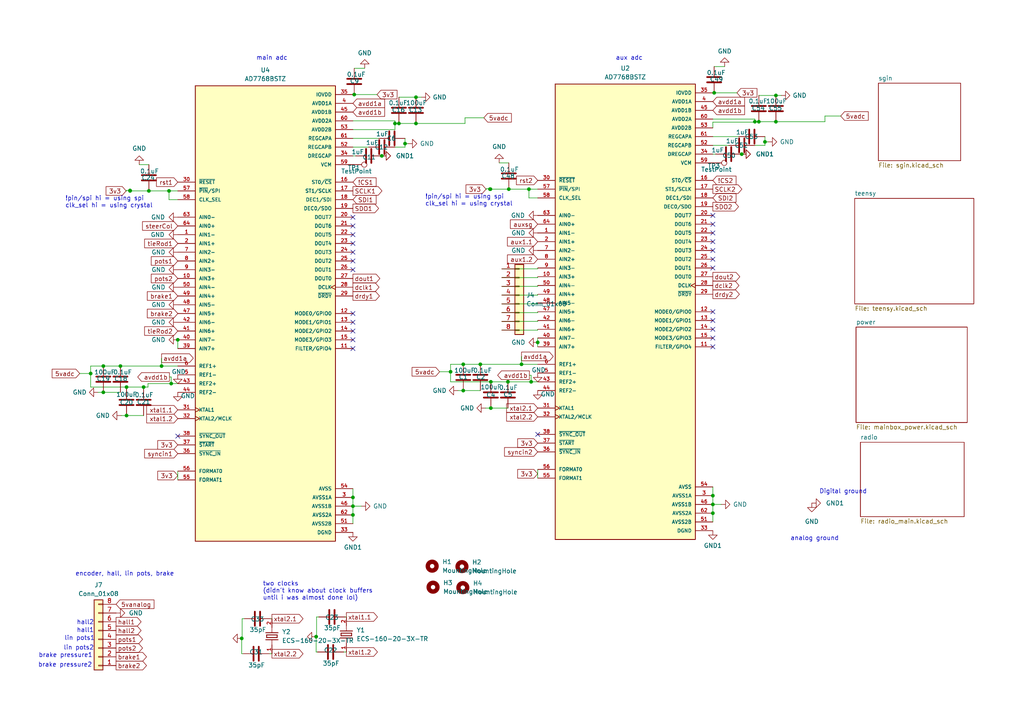
<source format=kicad_sch>
(kicad_sch (version 20230121) (generator eeschema)
  (paper "A4")
  (lib_symbols
    (symbol "Connector:TestPoint" (pin_numbers hide) (pin_names (offset 0.762) hide)
      (property "Reference" "TP" (at 0 6.858 0))
      (property "Value" "TestPoint" (at 0 5.08 0))
      (symbol "TestPoint_0_1"
        (circle (center 0 3.302) (radius 0.762))
      )
      (symbol "TestPoint_1_1"
        (pin passive line (at 0 0 90) (length 2.54) (name "1") (number "1"))
      )
    )
    (symbol "Connector_Generic:Conn_01x08" (pin_names (offset 1.016) hide)
      (property "Reference" "J" (at 0 10.16 0))
      (property "Value" "Conn_01x08" (at 0 -12.7 0))
      (symbol "Conn_01x08_1_1"
        (rectangle (start -1.27 -10.033) (end 0 -10.287) (stroke (width 0.1524)))
        (rectangle (start -1.27 -7.493) (end 0 -7.747) (stroke (width 0.1524)))
        (rectangle (start -1.27 -4.953) (end 0 -5.207) (stroke (width 0.1524)))
        (rectangle (start -1.27 -2.413) (end 0 -2.667) (stroke (width 0.1524)))
        (rectangle (start -1.27 0.127) (end 0 -0.127) (stroke (width 0.1524)))
        (rectangle (start -1.27 2.667) (end 0 2.413) (stroke (width 0.1524)))
        (rectangle (start -1.27 5.207) (end 0 4.953) (stroke (width 0.1524)))
        (rectangle (start -1.27 7.747) (end 0 7.493) (stroke (width 0.1524)))
        (rectangle (start -1.27 8.89) (end 1.27 -11.43) (stroke (width 0.254)) (fill (type background)))
        (pin passive line (at -5.08 7.62 0) (length 3.81) (name "Pin_1") (number "1"))
        (pin passive line (at -5.08 5.08 0) (length 3.81) (name "Pin_2") (number "2"))
        (pin passive line (at -5.08 2.54 0) (length 3.81) (name "Pin_3") (number "3"))
        (pin passive line (at -5.08 0 0) (length 3.81) (name "Pin_4") (number "4"))
        (pin passive line (at -5.08 -2.54 0) (length 3.81) (name "Pin_5") (number "5"))
        (pin passive line (at -5.08 -5.08 0) (length 3.81) (name "Pin_6") (number "6"))
        (pin passive line (at -5.08 -7.62 0) (length 3.81) (name "Pin_7") (number "7"))
        (pin passive line (at -5.08 -10.16 0) (length 3.81) (name "Pin_8") (number "8"))
      )
    )
    (symbol "Device:C" (pin_numbers hide) (pin_names (offset 0.254))
      (property "Reference" "C" (at 0.635 2.54 0))
      (property "Value" "C" (at 0.635 -2.54 0))
      (symbol "C_0_1"
        (polyline (pts (xy -2.032 -0.762) (xy 2.032 -0.762)) (stroke (width 0.508)))
        (polyline (pts (xy -2.032 0.762) (xy 2.032 0.762)) (stroke (width 0.508)))
      )
      (symbol "C_1_1"
        (pin passive line (at 0 3.81 270) (length 2.794) (name "~") (number "1"))
        (pin passive line (at 0 -3.81 90) (length 2.794) (name "~") (number "2"))
      )
    )
    (symbol "Mechanical:MountingHole" (pin_names (offset 1.016))
      (property "Reference" "H" (at 0 5.08 0))
      (property "Value" "MountingHole" (at 0 3.175 0))
      (symbol "MountingHole_0_1"
        (circle (center 0 0) (radius 1.27) (stroke (width 1.27)))
      )
    )
    (symbol "mainbox:AD7768BSTZ" (pin_names (offset 1.016))
      (property "Reference" "U4" (at 0 70.612 0))
      (property "Value" "AD7768BSTZ" (at 0 68.072 0))
      (symbol "AD7768BSTZ_0_0"
        (rectangle (start -20.32 -66.04) (end 20.32 66.04) (stroke (width 0.254)) (fill (type background)))
        (pin input line (at -25.4 22.86 0) (length 5.08) (name "AIN1-") (number "1"))
        (pin input line (at -25.4 10.16 0) (length 5.08) (name "AIN3+") (number "10"))
        (pin bidirectional line (at 25.4 -10.16 180) (length 5.08) (name "FILTER/GPIO4") (number "11"))
        (pin bidirectional line (at 25.4 0 180) (length 5.08) (name "MODE0/GPIO0") (number "12"))
        (pin bidirectional line (at 25.4 -2.54 180) (length 5.08) (name "MODE1/GPIO1") (number "13"))
        (pin bidirectional line (at 25.4 -5.08 180) (length 5.08) (name "MODE2/GPIO2") (number "14"))
        (pin bidirectional line (at 25.4 -7.62 180) (length 5.08) (name "MODE3/GPIO3") (number "15"))
        (pin input line (at 25.4 38.1 180) (length 5.08) (name "ST0/~{CS}") (number "16"))
        (pin input line (at 25.4 35.56 180) (length 5.08) (name "ST1/SCLK") (number "17"))
        (pin input line (at 25.4 33.02 180) (length 5.08) (name "DEC1/SDI") (number "18"))
        (pin bidirectional line (at 25.4 30.48 180) (length 5.08) (name "DEC0/SDO") (number "19"))
        (pin input line (at -25.4 20.32 0) (length 5.08) (name "AIN1+") (number "2"))
        (pin bidirectional line (at 25.4 27.94 180) (length 5.08) (name "DOUT7") (number "20"))
        (pin bidirectional line (at 25.4 25.4 180) (length 5.08) (name "DOUT6") (number "21"))
        (pin output line (at 25.4 22.86 180) (length 5.08) (name "DOUT5") (number "22"))
        (pin output line (at 25.4 20.32 180) (length 5.08) (name "DOUT4") (number "23"))
        (pin output line (at 25.4 17.78 180) (length 5.08) (name "DOUT3") (number "24"))
        (pin output line (at 25.4 15.24 180) (length 5.08) (name "DOUT2") (number "25"))
        (pin output line (at 25.4 12.7 180) (length 5.08) (name "DOUT1") (number "26"))
        (pin output line (at 25.4 10.16 180) (length 5.08) (name "DOUT0") (number "27"))
        (pin output clock (at 25.4 7.62 180) (length 5.08) (name "DCLK") (number "28"))
        (pin output line (at 25.4 5.08 180) (length 5.08) (name "~{DRDY}") (number "29"))
        (pin power_in line (at 25.4 -53.34 180) (length 5.08) (name "AVSS1A") (number "3"))
        (pin input line (at -25.4 38.1 0) (length 5.08) (name "~{RESET}") (number "30"))
        (pin input clock (at -25.4 -27.94 0) (length 5.08) (name "XTAL1") (number "31"))
        (pin input clock (at -25.4 -30.48 0) (length 5.08) (name "XTAL2/MCLK") (number "32"))
        (pin power_in line (at 25.4 -63.5 180) (length 5.08) (name "DGND") (number "33"))
        (pin power_in line (at 25.4 45.72 180) (length 5.08) (name "DREGCAP") (number "34"))
        (pin power_in line (at 25.4 63.5 180) (length 5.08) (name "IOVDD") (number "35"))
        (pin input line (at -25.4 -40.64 0) (length 5.08) (name "~{SYNC_IN}") (number "36"))
        (pin input line (at -25.4 -38.1 0) (length 5.08) (name "~{START}") (number "37"))
        (pin output line (at -25.4 -35.56 0) (length 5.08) (name "~{SYNC_OUT}") (number "38"))
        (pin input line (at -25.4 -10.16 0) (length 5.08) (name "AIN7+") (number "39"))
        (pin power_in line (at 25.4 60.96 180) (length 5.08) (name "AVDD1A") (number "4"))
        (pin input line (at -25.4 -7.62 0) (length 5.08) (name "AIN7-") (number "40"))
        (pin input line (at -25.4 -5.08 0) (length 5.08) (name "AIN6+") (number "41"))
        (pin input line (at -25.4 -2.54 0) (length 5.08) (name "AIN6-") (number "42"))
        (pin input line (at -25.4 -20.32 0) (length 5.08) (name "REF2+") (number "43"))
        (pin input line (at -25.4 -22.86 0) (length 5.08) (name "REF2-") (number "44"))
        (pin power_in line (at 25.4 58.42 180) (length 5.08) (name "AVDD1B") (number "45"))
        (pin power_in line (at 25.4 -55.88 180) (length 5.08) (name "AVSS1B") (number "46"))
        (pin input line (at -25.4 0 0) (length 5.08) (name "AIN5+") (number "47"))
        (pin input line (at -25.4 2.54 0) (length 5.08) (name "AIN5-") (number "48"))
        (pin input line (at -25.4 5.08 0) (length 5.08) (name "AIN4+") (number "49"))
        (pin input line (at -25.4 -17.78 0) (length 5.08) (name "REF1-") (number "5"))
        (pin input line (at -25.4 7.62 0) (length 5.08) (name "AIN4-") (number "50"))
        (pin power_in line (at 25.4 -60.96 180) (length 5.08) (name "AVSS2B") (number "51"))
        (pin power_in line (at 25.4 48.26 180) (length 5.08) (name "REGCAPB") (number "52"))
        (pin power_in line (at 25.4 53.34 180) (length 5.08) (name "AVDD2B") (number "53"))
        (pin power_in line (at 25.4 -50.8 180) (length 5.08) (name "AVSS") (number "54"))
        (pin input line (at -25.4 -48.26 0) (length 5.08) (name "FORMAT1") (number "55"))
        (pin input line (at -25.4 -45.72 0) (length 5.08) (name "FORMAT0") (number "56"))
        (pin input line (at -25.4 35.56 0) (length 5.08) (name "~{PIN}/SPI") (number "57"))
        (pin input line (at -25.4 33.02 0) (length 5.08) (name "CLK_SEL") (number "58"))
        (pin power_in line (at 25.4 43.18 180) (length 5.08) (name "VCM") (number "59"))
        (pin input line (at -25.4 -15.24 0) (length 5.08) (name "REF1+") (number "6"))
        (pin power_in line (at 25.4 55.88 180) (length 5.08) (name "AVDD2A") (number "60"))
        (pin power_in line (at 25.4 50.8 180) (length 5.08) (name "REGCAPA") (number "61"))
        (pin power_in line (at 25.4 -58.42 180) (length 5.08) (name "AVSS2A") (number "62"))
        (pin input line (at -25.4 27.94 0) (length 5.08) (name "AIN0-") (number "63"))
        (pin input line (at -25.4 25.4 0) (length 5.08) (name "AIN0+") (number "64"))
        (pin input line (at -25.4 17.78 0) (length 5.08) (name "AIN2-") (number "7"))
        (pin input line (at -25.4 15.24 0) (length 5.08) (name "AIN2+") (number "8"))
        (pin input line (at -25.4 12.7 0) (length 5.08) (name "AIN3-") (number "9"))
      )
    )
    (symbol "mainbox:ECS-160-20-3X-TR" (pin_names (offset 1.016))
      (property "Reference" "Y1" (at 1.27 -2.921 90))
      (property "Value" "ECS-160-20-3X-TR" (at -1.27 -2.921 90))
      (symbol "ECS-160-20-3X-TR_0_0"
        (polyline (pts (xy -2.54 0) (xy -1.016 0)) (stroke (width 0.1524)))
        (polyline (pts (xy -1.016 1.778) (xy -1.016 -1.778)) (stroke (width 0.254)))
        (polyline (pts (xy -0.381 -1.524) (xy 0.381 -1.524)) (stroke (width 0.254)))
        (polyline (pts (xy -0.381 1.524) (xy -0.381 -1.524)) (stroke (width 0.254)))
        (polyline (pts (xy 0.381 -1.524) (xy 0.381 1.524)) (stroke (width 0.254)))
        (polyline (pts (xy 0.381 1.524) (xy -0.381 1.524)) (stroke (width 0.254)))
        (polyline (pts (xy 1.016 0) (xy 2.54 0)) (stroke (width 0.1524)))
        (polyline (pts (xy 1.016 1.778) (xy 1.016 -1.778)) (stroke (width 0.254)))
        (pin passive line (at -5.08 0 0) (length 2.54) (name "~") (number "1"))
        (pin passive line (at 5.08 0 180) (length 2.54) (name "~") (number "2"))
      )
    )
    (symbol "power:GND" (power) (pin_names (offset 0))
      (property "Value" "GND" (at 0 -3.81 0))
      (symbol "GND_0_1"
        (polyline (pts (xy 0 0) (xy 0 -1.27) (xy 1.27 -1.27) (xy 0 -2.54) (xy -1.27 -1.27) (xy 0 -1.27)))
      )
      (symbol "GND_1_1"
        (pin power_in line (at 0 0 270) (length 0) hide (name "GND") (number "1"))
      )
    )
    (symbol "power:GND1" (power) (pin_names (offset 0))
      (property "Value" "GND1" (at 0 -3.81 0))
      (symbol "GND1_0_1"
        (polyline (pts (xy 0 0) (xy 0 -1.27) (xy 1.27 -1.27) (xy 0 -2.54) (xy -1.27 -1.27) (xy 0 -1.27)))
      )
      (symbol "GND1_1_1"
        (pin power_in line (at 0 0 270) (length 0) hide (name "GND1") (number "1"))
      )
    )
  )
  (junction (at 26.289 108.331))
  (junction (at 102.362 144.272))
  (junction (at 70.104 185.166))
  (junction (at 221.869 41.148))
  (junction (at 29.972 113.792))
  (junction (at 37.719 55.245))
  (junction (at 41.656 112.268))
  (junction (at 151.257 105.664))
  (junction (at 120.65 35.814))
  (junction (at 36.703 120.523))
  (junction (at 206.756 148.844))
  (junction (at 225.044 35.306))
  (junction (at 36.703 112.268))
  (junction (at 153.416 54.864))
  (junction (at 207.137 26.924))
  (junction (at 155.956 99.314))
  (junction (at 46.863 106.172))
  (junction (at 134.366 113.284))
  (junction (at 206.756 143.764))
  (junction (at 142.113 54.864))
  (junction (at 91.694 184.658))
  (junction (at 49.022 55.372))
  (junction (at 218.948 35.306))
  (junction (at 51.562 98.552))
  (junction (at 43.18 55.372))
  (junction (at 34.925 106.172))
  (junction (at 147.574 54.864))
  (junction (at 130.683 107.823))
  (junction (at 49.657 111.252))
  (junction (at 102.743 27.432))
  (junction (at 142.367 110.744))
  (junction (at 220.091 35.306))
  (junction (at 147.32 110.744))
  (junction (at 102.362 146.812))
  (junction (at 134.366 105.664))
  (junction (at 29.972 106.172))
  (junction (at 37.719 55.372))
  (junction (at 117.475 41.656))
  (junction (at 120.65 28.194))
  (junction (at 115.697 35.814))
  (junction (at 215.138 44.704))
  (junction (at 206.756 146.304))
  (junction (at 114.554 35.814))
  (junction (at 139.319 105.664))
  (junction (at 110.744 45.212))
  (junction (at 154.051 110.744))
  (junction (at 142.24 54.864))
  (junction (at 225.044 27.686))
  (junction (at 102.362 149.352))
  (junction (at 142.367 118.364))
  (no_connect (at 206.756 95.504))
  (no_connect (at 102.362 75.692))
  (no_connect (at 206.756 92.964))
  (no_connect (at 102.362 101.092))
  (no_connect (at 206.756 98.044))
  (no_connect (at 102.362 68.072))
  (no_connect (at 206.756 62.484))
  (no_connect (at 206.756 75.184))
  (no_connect (at 206.756 77.724))
  (no_connect (at 102.362 90.932))
  (no_connect (at 155.956 125.984))
  (no_connect (at 206.756 90.424))
  (no_connect (at 206.756 100.584))
  (no_connect (at 206.756 65.024))
  (no_connect (at 51.562 126.492))
  (no_connect (at 206.756 70.104))
  (no_connect (at 102.362 93.472))
  (no_connect (at 102.362 73.152))
  (no_connect (at 102.362 98.552))
  (no_connect (at 206.756 72.644))
  (no_connect (at 102.362 96.012))
  (no_connect (at 102.362 62.992))
  (no_connect (at 206.756 67.564))
  (no_connect (at 102.362 78.232))
  (no_connect (at 102.362 70.612))
  (no_connect (at 102.362 65.532))
  (wire (pts (xy 239.268 33.655) (xy 243.84 33.655)))
  (wire (pts (xy 155.956 95.758) (xy 145.542 95.758)))
  (wire (pts (xy 221.869 41.148) (xy 222.758 41.148)))
  (wire (pts (xy 134.874 34.163) (xy 134.874 35.814)))
  (wire (pts (xy 155.956 87.884) (xy 155.956 88.138)))
  (wire (pts (xy 221.869 41.148) (xy 221.869 39.624)))
  (wire (pts (xy 142.113 54.864) (xy 142.24 54.864)))
  (wire (pts (xy 142.367 118.364) (xy 140.843 118.364)))
  (wire (pts (xy 206.756 141.224) (xy 206.756 143.764)))
  (wire (pts (xy 134.366 113.284) (xy 132.842 113.284)))
  (wire (pts (xy 142.24 54.864) (xy 147.574 54.864)))
  (wire (pts (xy 41.656 112.903) (xy 41.656 112.268)))
  (wire (pts (xy 109.855 40.132) (xy 102.362 40.132)))
  (wire (pts (xy 117.475 41.656) (xy 118.364 41.656)))
  (wire (pts (xy 206.756 143.764) (xy 206.756 146.304)))
  (wire (pts (xy 37.846 55.372) (xy 37.846 55.245)))
  (wire (pts (xy 36.703 112.268) (xy 41.656 112.268)))
  (wire (pts (xy 141.859 54.864) (xy 142.113 54.864)))
  (wire (pts (xy 120.65 28.194) (xy 122.174 28.194)))
  (wire (pts (xy 23.114 108.331) (xy 26.289 108.331)))
  (wire (pts (xy 70.231 179.451) (xy 70.231 185.166)))
  (wire (pts (xy 155.956 85.598) (xy 145.542 85.598)))
  (wire (pts (xy 26.289 106.172) (xy 29.972 106.172)))
  (wire (pts (xy 26.289 108.331) (xy 26.289 106.172)))
  (wire (pts (xy 51.562 98.552) (xy 51.562 101.092)))
  (wire (pts (xy 26.289 108.331) (xy 26.289 112.268)))
  (wire (pts (xy 155.956 83.058) (xy 145.542 83.058)))
  (wire (pts (xy 34.925 106.172) (xy 46.863 106.172)))
  (wire (pts (xy 206.756 34.544) (xy 218.948 34.544)))
  (wire (pts (xy 102.362 141.732) (xy 102.362 144.272)))
  (wire (pts (xy 49.022 55.372) (xy 49.022 57.912)))
  (wire (pts (xy 102.362 146.812) (xy 102.362 149.352)))
  (wire (pts (xy 49.657 111.252) (xy 51.562 111.252)))
  (wire (pts (xy 46.863 106.172) (xy 51.562 106.172)))
  (wire (pts (xy 70.231 185.166) (xy 70.104 185.166)))
  (wire (pts (xy 155.956 85.344) (xy 155.956 85.598)))
  (wire (pts (xy 49.149 109.347) (xy 49.657 109.347)))
  (wire (pts (xy 220.091 35.306) (xy 225.044 35.306)))
  (wire (pts (xy 127.508 107.823) (xy 130.683 107.823)))
  (wire (pts (xy 114.554 35.814) (xy 115.697 35.814)))
  (wire (pts (xy 91.821 178.943) (xy 91.821 184.658)))
  (wire (pts (xy 155.956 136.144) (xy 155.956 138.684)))
  (wire (pts (xy 130.683 105.664) (xy 134.366 105.664)))
  (wire (pts (xy 151.257 103.378) (xy 151.257 105.664)))
  (wire (pts (xy 43.18 55.372) (xy 49.022 55.372)))
  (wire (pts (xy 70.104 185.166) (xy 70.104 189.611)))
  (wire (pts (xy 40.386 47.752) (xy 43.18 47.752)))
  (wire (pts (xy 51.562 136.652) (xy 51.562 139.192)))
  (wire (pts (xy 42.926 111.252) (xy 49.657 111.252)))
  (wire (pts (xy 153.543 108.839) (xy 154.051 108.839)))
  (wire (pts (xy 218.948 35.306) (xy 220.091 35.306)))
  (wire (pts (xy 78.105 189.611) (xy 78.867 189.611)))
  (wire (pts (xy 49.022 57.912) (xy 51.562 57.912)))
  (wire (pts (xy 139.319 105.664) (xy 151.257 105.664)))
  (wire (pts (xy 102.362 35.052) (xy 114.554 35.052)))
  (wire (pts (xy 139.319 113.284) (xy 134.366 113.284)))
  (wire (pts (xy 37.719 55.245) (xy 37.846 55.245)))
  (wire (pts (xy 36.703 120.523) (xy 35.179 120.523)))
  (wire (pts (xy 141.097 54.864) (xy 141.097 54.737)))
  (wire (pts (xy 130.683 107.823) (xy 130.683 105.664)))
  (wire (pts (xy 78.486 179.451) (xy 78.867 179.451)))
  (wire (pts (xy 154.051 110.744) (xy 155.956 110.744)))
  (wire (pts (xy 155.956 82.804) (xy 155.956 83.058)))
  (wire (pts (xy 141.097 54.737) (xy 142.24 54.737)))
  (wire (pts (xy 37.465 55.372) (xy 37.719 55.372)))
  (wire (pts (xy 239.268 33.655) (xy 239.268 35.306)))
  (wire (pts (xy 147.32 110.744) (xy 154.051 110.744)))
  (wire (pts (xy 114.554 35.814) (xy 114.554 37.592)))
  (wire (pts (xy 115.697 35.814) (xy 120.65 35.814)))
  (wire (pts (xy 134.366 105.664) (xy 139.319 105.664)))
  (wire (pts (xy 147.574 54.864) (xy 153.416 54.864)))
  (wire (pts (xy 36.703 55.245) (xy 37.719 55.245)))
  (wire (pts (xy 70.231 179.451) (xy 70.866 179.451)))
  (wire (pts (xy 155.956 88.138) (xy 145.542 88.138)))
  (wire (pts (xy 155.956 77.978) (xy 145.542 77.978)))
  (wire (pts (xy 206.756 35.433) (xy 206.756 37.084)))
  (wire (pts (xy 206.756 148.844) (xy 206.756 151.384)))
  (wire (pts (xy 218.948 35.433) (xy 206.756 35.433)))
  (wire (pts (xy 130.683 107.823) (xy 130.683 110.744)))
  (wire (pts (xy 155.956 92.964) (xy 155.956 93.218)))
  (wire (pts (xy 142.367 110.744) (xy 147.32 110.744)))
  (wire (pts (xy 102.362 144.272) (xy 102.362 146.812)))
  (wire (pts (xy 42.926 112.268) (xy 42.926 111.252)))
  (wire (pts (xy 142.24 54.864) (xy 142.24 54.737)))
  (wire (pts (xy 36.703 112.903) (xy 36.703 112.268)))
  (wire (pts (xy 36.576 55.372) (xy 36.703 55.372)))
  (wire (pts (xy 99.695 189.103) (xy 100.457 189.103)))
  (wire (pts (xy 36.703 120.523) (xy 41.656 120.523)))
  (wire (pts (xy 102.362 149.352) (xy 102.362 151.892)))
  (wire (pts (xy 91.821 178.943) (xy 92.456 178.943)))
  (wire (pts (xy 206.756 146.304) (xy 206.756 148.844)))
  (wire (pts (xy 91.694 184.658) (xy 91.694 189.103)))
  (wire (pts (xy 154.051 108.839) (xy 154.051 110.744)))
  (wire (pts (xy 29.972 113.792) (xy 28.448 113.792)))
  (wire (pts (xy 155.956 80.518) (xy 145.542 80.518)))
  (wire (pts (xy 207.137 26.924) (xy 206.756 26.924)))
  (wire (pts (xy 37.719 55.372) (xy 43.18 55.372)))
  (wire (pts (xy 207.137 26.924) (xy 213.741 26.924)))
  (wire (pts (xy 142.367 118.364) (xy 147.32 118.364)))
  (wire (pts (xy 46.863 103.886) (xy 46.863 106.172)))
  (wire (pts (xy 225.044 35.306) (xy 239.268 35.306)))
  (wire (pts (xy 218.948 35.306) (xy 218.948 35.433)))
  (wire (pts (xy 221.869 42.164) (xy 221.869 41.148)))
  (wire (pts (xy 207.137 19.304) (xy 210.185 19.304)))
  (wire (pts (xy 151.257 105.664) (xy 155.956 105.664)))
  (wire (pts (xy 102.743 27.432) (xy 109.347 27.432)))
  (wire (pts (xy 120.65 35.814) (xy 134.874 35.814)))
  (wire (pts (xy 207.518 44.704) (xy 206.756 44.704)))
  (wire (pts (xy 100.076 178.943) (xy 100.457 178.943)))
  (wire (pts (xy 220.091 27.686) (xy 225.044 27.686)))
  (wire (pts (xy 155.956 77.724) (xy 155.956 77.978)))
  (wire (pts (xy 155.956 90.678) (xy 145.542 90.678)))
  (wire (pts (xy 153.416 57.404) (xy 155.956 57.404)))
  (wire (pts (xy 114.554 42.672) (xy 117.475 42.672)))
  (wire (pts (xy 91.694 189.103) (xy 92.075 189.103)))
  (wire (pts (xy 134.874 34.163) (xy 140.335 34.163)))
  (wire (pts (xy 37.719 55.372) (xy 37.719 55.245)))
  (wire (pts (xy 115.697 28.194) (xy 120.65 28.194)))
  (wire (pts (xy 144.78 47.244) (xy 147.574 47.244)))
  (wire (pts (xy 155.956 98.044) (xy 155.956 99.314)))
  (wire (pts (xy 155.956 93.218) (xy 145.542 93.218)))
  (wire (pts (xy 140.97 54.864) (xy 141.097 54.864)))
  (wire (pts (xy 49.657 109.347) (xy 49.657 111.252)))
  (wire (pts (xy 218.948 34.544) (xy 218.948 35.306)))
  (wire (pts (xy 102.743 19.812) (xy 105.791 19.812)))
  (wire (pts (xy 36.703 55.372) (xy 36.703 55.245)))
  (wire (pts (xy 153.416 54.864) (xy 153.416 57.404)))
  (wire (pts (xy 34.925 113.792) (xy 29.972 113.792)))
  (wire (pts (xy 114.554 35.052) (xy 114.554 35.814)))
  (wire (pts (xy 106.934 42.672) (xy 102.362 42.672)))
  (wire (pts (xy 130.683 110.744) (xy 142.367 110.744)))
  (wire (pts (xy 41.656 112.268) (xy 42.926 112.268)))
  (wire (pts (xy 49.022 55.372) (xy 51.562 55.372)))
  (wire (pts (xy 155.956 80.264) (xy 155.956 80.518)))
  (wire (pts (xy 91.821 184.658) (xy 91.694 184.658)))
  (wire (pts (xy 114.554 37.592) (xy 102.362 37.592)))
  (wire (pts (xy 29.972 106.172) (xy 34.925 106.172)))
  (wire (pts (xy 155.956 99.314) (xy 155.956 100.584)))
  (wire (pts (xy 70.104 189.611) (xy 70.485 189.611)))
  (wire (pts (xy 211.328 42.164) (xy 206.756 42.164)))
  (wire (pts (xy 153.416 54.864) (xy 155.956 54.864)))
  (wire (pts (xy 117.475 41.656) (xy 117.475 40.132)))
  (wire (pts (xy 117.475 42.672) (xy 117.475 41.656)))
  (wire (pts (xy 142.113 54.864) (xy 142.113 54.737)))
  (wire (pts (xy 155.956 95.504) (xy 155.956 95.758)))
  (wire (pts (xy 218.948 42.164) (xy 221.869 42.164)))
  (wire (pts (xy 206.756 146.304) (xy 209.169 146.304)))
  (wire (pts (xy 214.249 39.624) (xy 206.756 39.624)))
  (wire (pts (xy 26.289 112.268) (xy 36.703 112.268)))
  (wire (pts (xy 102.743 27.432) (xy 102.362 27.432)))
  (wire (pts (xy 102.362 146.812) (xy 104.775 146.812)))
  (wire (pts (xy 155.956 90.424) (xy 155.956 90.678)))
  (wire (pts (xy 103.124 45.212) (xy 102.362 45.212)))
  (wire (pts (xy 225.044 27.686) (xy 226.568 27.686)))
  (text "brake pressure2" (at 11.049 193.675 0) (effects (font (size 1.27 1.27)) (justify left bottom)))
  (text "hall2" (at 22.225 181.356 0) (effects (font (size 1.27 1.27)) (justify left bottom)))
  (text "analog ground" (at 229.235 156.972 0) (effects (font (size 1.27 1.27)) (justify left bottom)))
  (text "main adc" (at 74.295 17.653 0) (effects (font (size 1.27 1.27)) (justify left bottom)))
  (text "Digital ground" (at 237.617 143.383 0) (effects (font (size 1.27 1.27)) (justify left bottom)))
  (text "lin pots1" (at 18.669 185.928 0) (effects (font (size 1.27 1.27)) (justify left bottom)))
  (text "!pin/spi hi = using spi\nclk_sel hi = using crystal" (at 18.923 60.452 0) (effects (font (size 1.27 1.27)) (justify left bottom)))
  (text "!pin/spi hi = using spi\nclk_sel hi = using crystal" (at 123.317 59.944 0) (effects (font (size 1.27 1.27)) (justify left bottom)))
  (text "encoder, hall, lin pots, brake" (at 21.844 167.259 0) (effects (font (size 1.27 1.27)) (justify left bottom)))
  (text "two clocks\n(didn't know about clock buffers\nuntil i was almost done lol)" (at 76.2 174.244 0) (effects (font (size 1.27 1.27)) (justify left bottom)))
  (text "aux adc" (at 178.562 17.653 0) (effects (font (size 1.27 1.27)) (justify left bottom)))
  (text "lin pots2" (at 18.415 188.722 0) (effects (font (size 1.27 1.27)) (justify left bottom)))
  (text "hall1" (at 22.225 183.642 0) (effects (font (size 1.27 1.27)) (justify left bottom)))
  (text "brake pressure1" (at 11.176 190.881 0) (effects (font (size 1.27 1.27)) (justify left bottom)))
  (global_label "SDO2" (shape output) (at 206.756 59.944 0) (property "Intersheetrefs" "${INTERSHEET_REFS}" (effects hide)))
  (global_label "dout2" (shape output) (at 206.756 80.264 0) (property "Intersheetrefs" "${INTERSHEET_REFS}" (effects hide)))
  (global_label "drdy1" (shape output) (at 102.362 85.852 0) (property "Intersheetrefs" "${INTERSHEET_REFS}" (effects hide)))
  (global_label "xtal1.1" (shape output) (at 100.457 178.943 0) (property "Intersheetrefs" "${INTERSHEET_REFS}" (effects hide)))
  (global_label "SCLK2" (shape output) (at 206.756 54.864 0) (property "Intersheetrefs" "${INTERSHEET_REFS}" (effects hide)))
  (global_label "hall2" (shape output) (at 33.655 182.88 0) (property "Intersheetrefs" "${INTERSHEET_REFS}" (effects hide)))
  (global_label "dout1" (shape output) (at 102.362 80.772 0) (property "Intersheetrefs" "${INTERSHEET_REFS}" (effects hide)))
  (global_label "avdd1b" (shape input) (at 102.362 32.512 0) (property "Intersheetrefs" "${INTERSHEET_REFS}" (effects hide)))
  (global_label "3v3" (shape input) (at 140.97 54.864 180) (property "Intersheetrefs" "${INTERSHEET_REFS}" (effects hide)))
  (global_label "syncin1" (shape input) (at 51.562 131.572 180) (property "Intersheetrefs" "${INTERSHEET_REFS}" (effects hide)))
  (global_label "auxsg" (shape input) (at 155.956 65.024 180) (property "Intersheetrefs" "${INTERSHEET_REFS}" (effects hide)))
  (global_label "!CS1" (shape input) (at 102.362 52.832 0) (property "Intersheetrefs" "${INTERSHEET_REFS}" (effects hide)))
  (global_label "xtal1.1" (shape input) (at 51.562 118.872 180) (property "Intersheetrefs" "${INTERSHEET_REFS}" (effects hide)))
  (global_label "avdd1a" (shape output) (at 151.257 103.378 0) (property "Intersheetrefs" "${INTERSHEET_REFS}" (effects hide)))
  (global_label "5vadc" (shape input) (at 243.84 33.655 0) (property "Intersheetrefs" "${INTERSHEET_REFS}" (effects hide)))
  (global_label "xtal2.1" (shape input) (at 155.956 118.364 180) (property "Intersheetrefs" "${INTERSHEET_REFS}" (effects hide)))
  (global_label "5vadc" (shape input) (at 127.508 107.823 180) (property "Intersheetrefs" "${INTERSHEET_REFS}" (effects hide)))
  (global_label "brake1" (shape input) (at 51.562 85.852 180) (property "Intersheetrefs" "${INTERSHEET_REFS}" (effects hide)))
  (global_label "3v3" (shape input) (at 213.741 26.924 0) (property "Intersheetrefs" "${INTERSHEET_REFS}" (effects hide)))
  (global_label "3v3" (shape input) (at 51.562 129.032 180) (property "Intersheetrefs" "${INTERSHEET_REFS}" (effects hide)))
  (global_label "pots2" (shape output) (at 33.655 187.96 0) (property "Intersheetrefs" "${INTERSHEET_REFS}" (effects hide)))
  (global_label "pots1" (shape input) (at 51.562 75.692 180) (property "Intersheetrefs" "${INTERSHEET_REFS}" (effects hide)))
  (global_label "SDI2" (shape input) (at 206.756 57.404 0) (property "Intersheetrefs" "${INTERSHEET_REFS}" (effects hide)))
  (global_label "5vadc" (shape input) (at 140.335 34.163 0) (property "Intersheetrefs" "${INTERSHEET_REFS}" (effects hide)))
  (global_label "xtal1.2" (shape output) (at 100.457 189.103 0) (property "Intersheetrefs" "${INTERSHEET_REFS}" (effects hide)))
  (global_label "xtal2.2" (shape output) (at 78.867 189.611 0) (property "Intersheetrefs" "${INTERSHEET_REFS}" (effects hide)))
  (global_label "drdy2" (shape output) (at 206.756 85.344 0) (property "Intersheetrefs" "${INTERSHEET_REFS}" (effects hide)))
  (global_label "pots2" (shape input) (at 51.562 80.772 180) (property "Intersheetrefs" "${INTERSHEET_REFS}" (effects hide)))
  (global_label "tieRod1" (shape input) (at 51.562 70.612 180) (property "Intersheetrefs" "${INTERSHEET_REFS}" (effects hide)))
  (global_label "pots1" (shape output) (at 33.655 185.42 0) (property "Intersheetrefs" "${INTERSHEET_REFS}" (effects hide)))
  (global_label "avdd1b" (shape output) (at 153.543 108.839 180) (property "Intersheetrefs" "${INTERSHEET_REFS}" (effects hide)))
  (global_label "rst1" (shape input) (at 51.562 52.832 180) (property "Intersheetrefs" "${INTERSHEET_REFS}" (effects hide)))
  (global_label "3v3" (shape input) (at 155.956 128.524 180) (property "Intersheetrefs" "${INTERSHEET_REFS}" (effects hide)))
  (global_label "5vanalog" (shape input) (at 33.655 175.26 0) (property "Intersheetrefs" "${INTERSHEET_REFS}" (effects hide)))
  (global_label "avdd1b" (shape input) (at 206.756 32.004 0) (property "Intersheetrefs" "${INTERSHEET_REFS}" (effects hide)))
  (global_label "syncin2" (shape input) (at 155.956 131.064 180) (property "Intersheetrefs" "${INTERSHEET_REFS}" (effects hide)))
  (global_label "!CS2" (shape input) (at 206.756 52.324 0) (property "Intersheetrefs" "${INTERSHEET_REFS}" (effects hide)))
  (global_label "avdd1a" (shape input) (at 102.362 29.972 0) (property "Intersheetrefs" "${INTERSHEET_REFS}" (effects hide)))
  (global_label "SDI1" (shape input) (at 102.362 57.912 0) (property "Intersheetrefs" "${INTERSHEET_REFS}" (effects hide)))
  (global_label "xtal2.1" (shape output) (at 78.867 179.451 0) (property "Intersheetrefs" "${INTERSHEET_REFS}" (effects hide)))
  (global_label "3v3" (shape input) (at 36.576 55.372 180) (property "Intersheetrefs" "${INTERSHEET_REFS}" (effects hide)))
  (global_label "steerCol" (shape input) (at 51.562 65.532 180) (property "Intersheetrefs" "${INTERSHEET_REFS}" (effects hide)))
  (global_label "avdd1a" (shape input) (at 206.756 29.464 0) (property "Intersheetrefs" "${INTERSHEET_REFS}" (effects hide)))
  (global_label "xtal1.2" (shape input) (at 51.562 121.412 180) (property "Intersheetrefs" "${INTERSHEET_REFS}" (effects hide)))
  (global_label "dclk2" (shape output) (at 206.756 82.804 0) (property "Intersheetrefs" "${INTERSHEET_REFS}" (effects hide)))
  (global_label "5vadc" (shape input) (at 23.114 108.331 180) (property "Intersheetrefs" "${INTERSHEET_REFS}" (effects hide)))
  (global_label "SDO1" (shape output) (at 102.362 60.452 0) (property "Intersheetrefs" "${INTERSHEET_REFS}" (effects hide)))
  (global_label "avdd1a" (shape output) (at 46.863 103.886 0) (property "Intersheetrefs" "${INTERSHEET_REFS}" (effects hide)))
  (global_label "rst2" (shape input) (at 155.956 52.324 180) (property "Intersheetrefs" "${INTERSHEET_REFS}" (effects hide)))
  (global_label "3v3" (shape input) (at 155.956 137.414 180) (property "Intersheetrefs" "${INTERSHEET_REFS}" (effects hide)))
  (global_label "brake1" (shape output) (at 33.655 190.5 0) (property "Intersheetrefs" "${INTERSHEET_REFS}" (effects hide)))
  (global_label "hall1" (shape output) (at 33.655 180.34 0) (property "Intersheetrefs" "${INTERSHEET_REFS}" (effects hide)))
  (global_label "brake2" (shape output) (at 33.655 193.04 0) (property "Intersheetrefs" "${INTERSHEET_REFS}" (effects hide)))
  (global_label "SCLK1" (shape output) (at 102.362 55.372 0) (property "Intersheetrefs" "${INTERSHEET_REFS}" (effects hide)))
  (global_label "3v3" (shape input) (at 51.562 137.922 180) (property "Intersheetrefs" "${INTERSHEET_REFS}" (effects hide)))
  (global_label "aux1.2" (shape input) (at 155.956 75.184 180) (property "Intersheetrefs" "${INTERSHEET_REFS}" (effects hide)))
  (global_label "avdd1b" (shape output) (at 49.149 109.347 180) (property "Intersheetrefs" "${INTERSHEET_REFS}" (effects hide)))
  (global_label "3v3" (shape input) (at 109.347 27.432 0) (property "Intersheetrefs" "${INTERSHEET_REFS}" (effects hide)))
  (global_label "tieRod2" (shape input) (at 51.562 96.012 180) (property "Intersheetrefs" "${INTERSHEET_REFS}" (effects hide)))
  (global_label "dclk1" (shape output) (at 102.362 83.312 0) (property "Intersheetrefs" "${INTERSHEET_REFS}" (effects hide)))
  (global_label "aux1.1" (shape input) (at 155.956 70.104 180) (property "Intersheetrefs" "${INTERSHEET_REFS}" (effects hide)))
  (global_label "xtal2.2" (shape input) (at 155.956 120.904 180) (property "Intersheetrefs" "${INTERSHEET_REFS}" (effects hide)))
  (global_label "brake2" (shape input) (at 51.562 90.932 180) (property "Intersheetrefs" "${INTERSHEET_REFS}" (effects hide)))
  (symbol (lib_id "Mechanical:MountingHole") (at 134.239 170.434 0) (unit 1)
    (property "Reference" "H4" (at 137.16 169.164 0) (effects (justify left)))
    (property "Value" "MountingHole" (at 137.16 171.704 0) (effects (justify left)))
    (property "Footprint" "mainboxfp:2.35mm_mounting_hole" (effects hide))
  )
  (symbol (lib_id "Device:C") (at 218.059 39.624 90) (unit 1)
    (property "Reference" "C53" (at 217.932 39.624 90))
    (property "Value" "1uF" (at 215.265 38.354 90))
    (property "Footprint" "Capacitor_SMD:C_0603_1608Metric" (effects hide))
  )
  (symbol (lib_id "power:GND") (at 28.448 113.792 270) (unit 1)
    (property "Reference" "#PWR025" (effects hide))
    (property "Value" "GND" (at 25.146 113.792 90) (effects (justify right)))
  )
  (symbol (lib_id "Device:C") (at 142.367 114.554 180) (unit 1)
    (property "Reference" "C4" (at 142.367 114.554 0))
    (property "Value" "100uF" (at 142.367 112.268 0))
    (property "Footprint" "Capacitor_SMD:C_1206_3216Metric" (effects hide))
  )
  (symbol (lib_id "mainbox:AD7768BSTZ") (at 181.356 90.424 0) (unit 1)
    (property "Reference" "U2" (at 181.356 19.812 0))
    (property "Value" "AD7768BSTZ" (at 181.356 22.352 0))
    (property "Footprint" "mainboxfp:QFP50P1200X1200X160-64N" (effects hide))
    (property "PARTREV" "C" (effects hide))
    (property "STANDARD" "IPC-7351B" (effects hide))
    (property "MAXIMUM_PACKAGE_HEIGHT" "1.60mm" (effects hide))
    (property "MANUFACTURER" "Analog Devices" (effects hide))
  )
  (symbol (lib_id "power:GND") (at 132.842 113.284 270) (unit 1)
    (property "Reference" "#PWR05" (effects hide))
    (property "Value" "GND" (at 129.54 113.284 90) (effects (justify right)))
  )
  (symbol (lib_id "Device:C") (at 220.091 31.496 180) (unit 1)
    (property "Reference" "C54" (at 219.964 31.369 0))
    (property "Value" "0.1uF" (at 219.837 29.337 0))
    (property "Footprint" "Capacitor_SMD:C_0603_1608Metric" (effects hide))
  )
  (symbol (lib_id "power:GND") (at 51.562 113.792 0) (unit 1)
    (property "Reference" "#PWR028" (effects hide))
    (property "Value" "GND" (at 54.483 114.808 0))
  )
  (symbol (lib_id "mainbox:ECS-160-20-3X-TR") (at 100.457 184.023 90) (unit 1)
    (property "Reference" "Y1" (at 103.378 182.753 90) (effects (justify right)))
    (property "Value" "ECS-160-20-3X-TR" (at 103.378 185.293 90) (effects (justify right)))
    (property "Footprint" "mainboxfp:XTAL_ECS-160-20-3X-TR" (effects hide))
    (property "PARTREV" "2017" (effects hide))
    (property "MANUFACTURER" "ECS INC." (effects hide))
    (property "STANDARD" "Manufacturer recommendations" (effects hide))
  )
  (symbol (lib_id "Device:C") (at 41.656 116.713 0) (unit 1)
    (property "Reference" "C21" (at 41.656 116.586 0))
    (property "Value" "0.1uF" (at 41.783 114.554 0))
    (property "Footprint" "Capacitor_SMD:C_0603_1608Metric" (effects hide))
  )
  (symbol (lib_id "power:GND") (at 222.758 41.148 90) (unit 1)
    (property "Reference" "#PWR078" (effects hide))
    (property "Value" "GND" (at 226.187 41.148 90) (effects (justify right)))
  )
  (symbol (lib_id "Mechanical:MountingHole") (at 133.985 164.338 0) (unit 1)
    (property "Reference" "H2" (at 136.906 163.068 0) (effects (justify left)))
    (property "Value" "MountingHole" (at 136.906 165.608 0) (effects (justify left)))
    (property "Footprint" "mainboxfp:2.35mm_mounting_hole" (effects hide))
  )
  (symbol (lib_id "power:GND") (at 51.562 88.392 270) (unit 1)
    (property "Reference" "#PWR02" (effects hide))
    (property "Value" "GND" (at 48.006 88.392 90) (effects (justify right)))
  )
  (symbol (lib_id "Device:C") (at 134.366 109.474 180) (unit 1)
    (property "Reference" "C1" (at 134.366 109.347 0))
    (property "Value" "100uF" (at 134.747 107.442 0))
    (property "Footprint" "Capacitor_SMD:C_1206_3216Metric" (effects hide))
  )
  (symbol (lib_id "power:GND") (at 155.956 99.314 270) (unit 1)
    (property "Reference" "#PWR015" (effects hide))
    (property "Value" "GND" (at 152.4 99.314 90) (effects (justify right)))
  )
  (symbol (lib_id "power:GND") (at 226.568 27.686 90) (unit 1)
    (property "Reference" "#PWR079" (effects hide))
    (property "Value" "GND" (at 229.87 27.686 90) (effects (justify right)))
  )
  (symbol (lib_id "Device:C") (at 225.044 31.496 0) (unit 1)
    (property "Reference" "C55" (at 224.917 31.369 0))
    (property "Value" "100uF" (at 225.171 29.337 0))
    (property "Footprint" "Capacitor_SMD:C_1206_3216Metric" (effects hide))
  )
  (symbol (lib_id "Device:C") (at 215.138 42.164 90) (unit 1)
    (property "Reference" "C52" (at 215.011 42.164 90))
    (property "Value" "1uF" (at 212.344 40.894 90))
    (property "Footprint" "Capacitor_SMD:C_0603_1608Metric" (effects hide))
  )
  (symbol (lib_id "power:GND1") (at 206.756 153.924 0) (unit 1)
    (property "Reference" "#PWR073" (effects hide))
    (property "Value" "GND1" (at 206.756 158.242 0))
  )
  (symbol (lib_id "Device:C") (at 74.676 179.451 90) (unit 1)
    (property "Reference" "C33" (at 74.676 179.578 90))
    (property "Value" "35pF" (at 74.803 182.626 90))
    (property "Footprint" "Capacitor_SMD:C_0603_1608Metric" (effects hide))
  )
  (symbol (lib_id "power:GND") (at 144.78 47.244 180) (unit 1)
    (property "Reference" "#PWR08" (effects hide))
    (property "Value" "GND" (at 144.78 42.545 0))
  )
  (symbol (lib_id "power:GND") (at 51.562 83.312 270) (unit 1)
    (property "Reference" "#PWR038" (effects hide))
    (property "Value" "GND" (at 48.006 83.312 90) (effects (justify right)))
  )
  (symbol (lib_id "Device:C") (at 29.972 109.982 180) (unit 1)
    (property "Reference" "C19" (at 29.972 109.855 0))
    (property "Value" "100uF" (at 30.353 107.95 0))
    (property "Footprint" "Capacitor_SMD:C_1206_3216Metric" (effects hide))
  )
  (symbol (lib_id "Device:C") (at 113.665 40.132 90) (unit 1)
    (property "Reference" "C6" (at 113.538 40.132 90))
    (property "Value" "1uF" (at 110.871 38.862 90))
    (property "Footprint" "Capacitor_SMD:C_0603_1608Metric" (effects hide))
  )
  (symbol (lib_id "power:GND") (at 51.562 73.152 270) (unit 1)
    (property "Reference" "#PWR033" (effects hide))
    (property "Value" "GND" (at 48.006 73.152 90) (effects (justify right)))
  )
  (symbol (lib_id "power:GND") (at 155.956 108.204 0) (unit 1)
    (property "Reference" "#PWR071" (effects hide))
    (property "Value" "GND" (at 156.21 107.315 0))
  )
  (symbol (lib_id "Connector_Generic:Conn_01x08") (at 150.622 85.598 0) (unit 1)
    (property "Reference" "J4" (at 152.654 85.598 0) (effects (justify left)))
    (property "Value" "Conn_01x08" (at 152.654 88.138 0) (effects (justify left)))
    (property "Footprint" "peripheralio:SMD_picoblade_hori_1x08" (effects hide))
  )
  (symbol (lib_id "Mechanical:MountingHole") (at 125.349 164.211 0) (unit 1)
    (property "Reference" "H1" (at 128.27 162.941 0) (effects (justify left)))
    (property "Value" "MountingHole" (at 128.27 165.481 0) (effects (justify left)))
    (property "Footprint" "mainboxfp:2.35mm_mounting_hole" (effects hide))
  )
  (symbol (lib_id "Device:C") (at 207.137 23.114 180) (unit 1)
    (property "Reference" "C49" (at 205.867 22.987 0) (effects (justify right)))
    (property "Value" "0.1uF" (at 204.978 21.082 0) (effects (justify right)))
    (property "Footprint" "Capacitor_SMD:C_0603_1608Metric" (effects hide))
  )
  (symbol (lib_id "power:GND") (at 235.458 145.923 0) (unit 1)
    (property "Reference" "#PWR07" (effects hide))
    (property "Value" "GND" (at 235.458 151.257 0))
  )
  (symbol (lib_id "power:GND1") (at 215.138 44.704 90) (unit 1)
    (property "Reference" "#PWR076" (effects hide))
    (property "Value" "GND1" (at 219.202 44.704 90) (effects (justify right)))
  )
  (symbol (lib_id "power:GND") (at 155.956 72.644 270) (unit 1)
    (property "Reference" "#PWR013" (effects hide))
    (property "Value" "GND" (at 152.4 72.644 90) (effects (justify right)))
  )
  (symbol (lib_id "power:GND") (at 91.694 184.658 270) (unit 1)
    (property "Reference" "#PWR030" (effects hide))
    (property "Value" "GND" (effects hide))
  )
  (symbol (lib_id "power:GND1") (at 235.458 145.923 90) (unit 1)
    (property "Reference" "#PWR018" (effects hide))
    (property "Value" "GND1" (at 239.522 145.923 90) (effects (justify right)))
  )
  (symbol (lib_id "power:GND") (at 51.562 68.072 270) (unit 1)
    (property "Reference" "#PWR032" (effects hide))
    (property "Value" "GND" (at 47.752 68.072 90) (effects (justify right)))
  )
  (symbol (lib_id "Device:C") (at 96.266 178.943 90) (unit 1)
    (property "Reference" "C23" (at 96.266 179.07 90))
    (property "Value" "35pF" (at 96.393 182.118 90))
    (property "Footprint" "Capacitor_SMD:C_0603_1608Metric" (effects hide))
  )
  (symbol (lib_id "mainbox:AD7768BSTZ") (at 76.962 90.932 0) (unit 1)
    (property "Reference" "U4" (at 76.962 20.32 0))
    (property "Value" "AD7768BSTZ" (at 76.962 22.86 0))
    (property "Footprint" "mainboxfp:QFP50P1200X1200X160-64N" (effects hide))
    (property "PARTREV" "C" (effects hide))
    (property "STANDARD" "IPC-7351B" (effects hide))
    (property "MAXIMUM_PACKAGE_HEIGHT" "1.60mm" (effects hide))
    (property "MANUFACTURER" "Analog Devices" (effects hide))
  )
  (symbol (lib_id "power:GND") (at 155.956 113.284 0) (unit 1)
    (property "Reference" "#PWR072" (effects hide))
    (property "Value" "GND" (at 158.877 114.3 0))
  )
  (symbol (lib_id "Device:C") (at 147.574 51.054 0) (mirror x) (unit 1)
    (property "Reference" "C48" (at 149.352 51.054 0) (effects (justify right)))
    (property "Value" "0.1uF" (at 150.495 49.149 0) (effects (justify right)))
    (property "Footprint" "Capacitor_SMD:C_0603_1608Metric" (effects hide))
  )
  (symbol (lib_id "power:GND1") (at 102.362 154.432 0) (unit 1)
    (property "Reference" "#PWR019" (effects hide))
    (property "Value" "GND1" (at 102.362 158.75 0))
  )
  (symbol (lib_id "Device:C") (at 36.703 116.713 180) (unit 1)
    (property "Reference" "C20" (at 36.703 116.713 0))
    (property "Value" "100uF" (at 36.703 114.427 0))
    (property "Footprint" "Capacitor_SMD:C_1206_3216Metric" (effects hide))
  )
  (symbol (lib_id "power:GND") (at 51.562 78.232 270) (unit 1)
    (property "Reference" "#PWR037" (effects hide))
    (property "Value" "GND" (at 48.006 78.232 90) (effects (justify right)))
  )
  (symbol (lib_id "Connector:TestPoint") (at 102.362 47.752 270) (unit 1)
    (property "Reference" "TP1" (at 100.838 48.641 90) (effects (justify left)))
    (property "Value" "TestPoint" (at 98.933 49.657 90) (effects (justify left)))
    (property "Footprint" "TestPoint:TestPoint_Pad_1.5x1.5mm" (effects hide))
  )
  (symbol (lib_id "Device:C") (at 147.32 114.554 0) (unit 1)
    (property "Reference" "C5" (at 147.32 114.427 0))
    (property "Value" "0.1uF" (at 147.447 112.395 0))
    (property "Footprint" "Capacitor_SMD:C_0603_1608Metric" (effects hide))
  )
  (symbol (lib_id "Device:C") (at 43.18 51.562 0) (mirror x) (unit 1)
    (property "Reference" "C24" (at 44.958 51.562 0) (effects (justify right)))
    (property "Value" "0.1uF" (at 46.101 49.657 0) (effects (justify right)))
    (property "Footprint" "Capacitor_SMD:C_0603_1608Metric" (effects hide))
  )
  (symbol (lib_id "power:GND") (at 140.843 118.364 270) (unit 1)
    (property "Reference" "#PWR06" (effects hide))
    (property "Value" "GND" (at 137.541 118.364 90) (effects (justify right)))
  )
  (symbol (lib_id "power:GND") (at 40.386 47.752 180) (unit 1)
    (property "Reference" "#PWR034" (effects hide))
    (property "Value" "GND" (at 40.386 43.053 0))
  )
  (symbol (lib_id "Connector:TestPoint") (at 206.756 47.244 270) (unit 1)
    (property "Reference" "TP3" (at 205.232 48.133 90) (effects (justify left)))
    (property "Value" "TestPoint" (at 203.327 49.149 90) (effects (justify left)))
    (property "Footprint" "TestPoint:TestPoint_Pad_1.5x1.5mm" (effects hide))
  )
  (symbol (lib_id "power:GND") (at 155.956 67.564 270) (unit 1)
    (property "Reference" "#PWR012" (effects hide))
    (property "Value" "GND" (at 152.4 67.564 90) (effects (justify right)))
  )
  (symbol (lib_id "Connector_Generic:Conn_01x08") (at 28.575 185.42 180) (unit 1)
    (property "Reference" "J7" (at 28.575 169.672 0))
    (property "Value" "Conn_01x08" (at 28.575 172.212 0))
    (property "Footprint" "peripheralio:SMD_picoblade_hori_1x08" (effects hide))
  )
  (symbol (lib_id "power:GND") (at 122.174 28.194 90) (unit 1)
    (property "Reference" "#PWR026" (effects hide))
    (property "Value" "GND" (at 125.476 28.194 90) (effects (justify right)))
  )
  (symbol (lib_id "Mechanical:MountingHole") (at 125.603 170.307 0) (unit 1)
    (property "Reference" "H3" (at 128.524 169.037 0) (effects (justify left)))
    (property "Value" "MountingHole" (at 128.524 171.577 0) (effects (justify left)))
    (property "Footprint" "mainboxfp:2.35mm_mounting_hole" (effects hide))
  )
  (symbol (lib_id "mainbox:ECS-160-20-3X-TR") (at 78.867 184.531 90) (unit 1)
    (property "Reference" "Y2" (at 81.788 183.261 90) (effects (justify right)))
    (property "Value" "ECS-160-20-3X-TR" (at 81.788 185.801 90) (effects (justify right)))
    (property "Footprint" "mainboxfp:XTAL_ECS-160-20-3X-TR" (effects hide))
    (property "PARTREV" "2017" (effects hide))
    (property "MANUFACTURER" "ECS INC." (effects hide))
    (property "STANDARD" "Manufacturer recommendations" (effects hide))
  )
  (symbol (lib_id "Device:C") (at 95.885 189.103 90) (unit 1)
    (property "Reference" "C22" (at 95.885 188.595 90))
    (property "Value" "35pF" (at 96.012 192.405 90))
    (property "Footprint" "Capacitor_SMD:C_0603_1608Metric" (effects hide))
  )
  (symbol (lib_id "Device:C") (at 106.934 45.212 90) (unit 1)
    (property "Reference" "C11" (at 107.061 45.593 90))
    (property "Value" "1uF" (at 103.759 44.069 90))
    (property "Footprint" "Capacitor_SMD:C_0603_1608Metric" (effects hide))
  )
  (symbol (lib_id "power:GND1") (at 110.744 45.212 90) (unit 1)
    (property "Reference" "#PWR022" (effects hide))
    (property "Value" "GND1" (at 114.808 45.212 90) (effects (justify right)))
  )
  (symbol (lib_id "Device:C") (at 102.743 23.622 180) (unit 1)
    (property "Reference" "C9" (at 101.473 23.495 0) (effects (justify right)))
    (property "Value" "0.1uF" (at 100.584 21.59 0) (effects (justify right)))
    (property "Footprint" "Capacitor_SMD:C_0603_1608Metric" (effects hide))
  )
  (symbol (lib_id "power:GND") (at 118.364 41.656 90) (unit 1)
    (property "Reference" "#PWR024" (effects hide))
    (property "Value" "GND" (at 121.793 41.656 90) (effects (justify right)))
  )
  (symbol (lib_id "Device:C") (at 211.328 44.704 90) (unit 1)
    (property "Reference" "C50" (at 211.455 45.085 90))
    (property "Value" "1uF" (at 208.153 43.561 90))
    (property "Footprint" "Capacitor_SMD:C_0603_1608Metric" (effects hide))
  )
  (symbol (lib_id "Device:C") (at 110.744 42.672 90) (unit 1)
    (property "Reference" "C12" (at 110.617 42.672 90))
    (property "Value" "1uF" (at 107.95 41.402 90))
    (property "Footprint" "Capacitor_SMD:C_0603_1608Metric" (effects hide))
  )
  (symbol (lib_id "Device:C") (at 74.295 189.611 90) (unit 1)
    (property "Reference" "C31" (at 74.295 189.103 90))
    (property "Value" "35pF" (at 74.422 192.913 90))
    (property "Footprint" "Capacitor_SMD:C_0603_1608Metric" (effects hide))
  )
  (symbol (lib_id "power:GND1") (at 215.138 44.704 90) (unit 1)
    (property "Reference" "#PWR077" (effects hide))
    (property "Value" "GND1" (at 219.202 44.704 90) (effects (justify right)))
  )
  (symbol (lib_id "power:GND") (at 35.179 120.523 270) (unit 1)
    (property "Reference" "#PWR027" (effects hide))
    (property "Value" "GND" (at 31.877 120.523 90) (effects (justify right)))
  )
  (symbol (lib_id "power:GND") (at 104.775 146.812 90) (unit 1)
    (property "Reference" "#PWR017" (effects hide))
    (property "Value" "GND" (at 108.204 146.812 90) (effects (justify right)))
  )
  (symbol (lib_id "power:GND") (at 33.655 177.8 90) (unit 1)
    (property "Reference" "#PWR051" (effects hide))
    (property "Value" "GND" (at 37.338 177.8 90) (effects (justify right)))
  )
  (symbol (lib_id "power:GND1") (at 110.744 45.212 90) (unit 1)
    (property "Reference" "#PWR023" (effects hide))
    (property "Value" "GND1" (at 114.808 45.212 90) (effects (justify right)))
  )
  (symbol (lib_id "power:GND") (at 105.791 19.812 180) (unit 1)
    (property "Reference" "#PWR021" (effects hide))
    (property "Value" "GND" (at 105.791 15.367 0))
  )
  (symbol (lib_id "power:GND") (at 51.562 62.992 270) (unit 1)
    (property "Reference" "#PWR031" (effects hide))
    (property "Value" "GND" (at 47.879 62.992 90) (effects (justify right)))
  )
  (symbol (lib_id "power:GND") (at 210.185 19.304 180) (unit 1)
    (property "Reference" "#PWR075" (effects hide))
    (property "Value" "GND" (at 210.185 14.859 0))
  )
  (symbol (lib_id "Device:C") (at 115.697 32.004 180) (unit 1)
    (property "Reference" "C16" (at 115.57 31.877 0))
    (property "Value" "0.1uF" (at 115.443 29.845 0))
    (property "Footprint" "Capacitor_SMD:C_0603_1608Metric" (effects hide))
  )
  (symbol (lib_id "power:GND") (at 51.562 108.712 0) (unit 1)
    (property "Reference" "#PWR029" (effects hide))
    (property "Value" "GND" (at 51.816 107.823 0))
  )
  (symbol (lib_id "power:GND") (at 51.562 93.472 270) (unit 1)
    (property "Reference" "#PWR055" (effects hide))
    (property "Value" "GND" (at 48.006 93.472 90) (effects (justify right)))
  )
  (symbol (lib_id "Device:C") (at 120.65 32.004 0) (unit 1)
    (property "Reference" "C13" (at 120.523 31.877 0))
    (property "Value" "100uF" (at 120.777 29.845 0))
    (property "Footprint" "Capacitor_SMD:C_1206_3216Metric" (effects hide))
  )
  (symbol (lib_id "power:GND") (at 155.956 62.484 270) (unit 1)
    (property "Reference" "#PWR09" (effects hide))
    (property "Value" "GND" (at 152.273 62.484 90) (effects (justify right)))
  )
  (symbol (lib_id "Device:C") (at 34.925 109.982 0) (unit 1)
    (property "Reference" "C18" (at 35.052 109.855 0))
    (property "Value" "0.1uF" (at 35.56 107.95 0))
    (property "Footprint" "Capacitor_SMD:C_0603_1608Metric" (effects hide))
  )
  (symbol (lib_id "power:GND") (at 209.169 146.304 90) (unit 1)
    (property "Reference" "#PWR074" (effects hide))
    (property "Value" "GND" (at 212.598 146.304 90) (effects (justify right)))
  )
  (symbol (lib_id "Device:C") (at 139.319 109.474 0) (unit 1)
    (property "Reference" "C2" (at 139.446 109.347 0))
    (property "Value" "0.1uF" (at 139.954 107.442 0))
    (property "Footprint" "Capacitor_SMD:C_0603_1608Metric" (effects hide))
  )
  (symbol (lib_id "power:GND") (at 70.104 185.166 270) (unit 1)
    (property "Reference" "#PWR083" (effects hide))
    (property "Value" "GND" (effects hide))
  )
  (symbol (lib_id "power:GND") (at 51.562 98.552 270) (unit 1)
    (property "Reference" "#PWR04" (effects hide))
    (property "Value" "GND" (at 48.006 98.552 90) (effects (justify right)))
  )
  (sheet (at 248.285 94.869) (size 32.258 27.686) (stroke (width 0.1524))
    (property "Sheetname" "power" (at 248.285 94.1574 0) (effects (justify left bottom)))
    (property "Sheetfile" "mainbox_power.kicad_sch" (at 248.285 123.1396 0) (effects (justify left top)))
  )
  (sheet (at 249.555 128.27) (size 30.099 21.59) (stroke (width 0.1524))
    (property "Sheetname" "radio" (at 249.555 127.5584 0) (effects (justify left bottom)))
    (property "Sheetfile" "radio_main.kicad_sch" (at 249.555 150.4446 0) (effects (justify left top)))
  )
  (sheet (at 254.762 24.13) (size 23.876 22.479) (stroke (width 0.1524))
    (property "Sheetname" "sgin" (at 254.762 23.4184 0) (effects (justify left bottom)))
    (property "Sheetfile" "sgin.kicad_sch" (at 254.762 47.1936 0) (effects (justify left top)))
  )
  (sheet (at 247.904 57.531) (size 34.544 30.607) (stroke (width 0.1524))
    (property "Sheetname" "teensy" (at 247.904 56.8194 0) (effects (justify left bottom)))
    (property "Sheetfile" "teensy.kicad_sch" (at 247.904 88.7226 0) (effects (justify left top)))
  )
)
</source>
